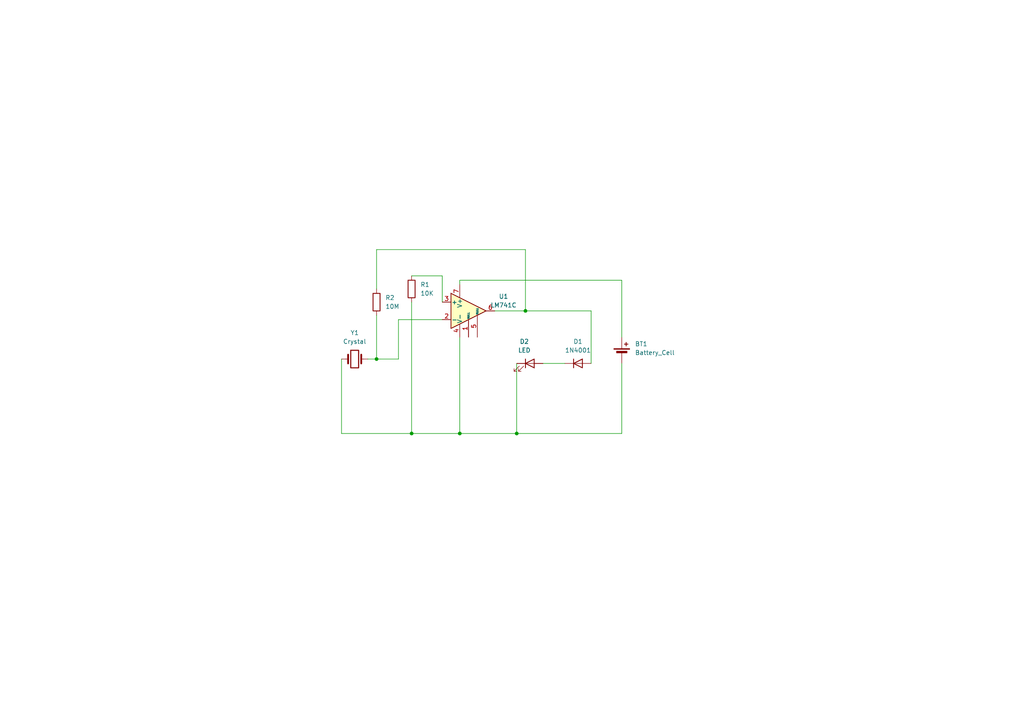
<source format=kicad_sch>
(kicad_sch (version 20230121) (generator eeschema)
  (paper "A4")
  (lib_symbols
    (symbol "1_my_custom_lib:Battery_Cell" (pin_numbers hide) (pin_names (offset 0) hide)
      (property "Reference" "BT" (at 2.54 2.54 0))
      (property "Value" "Battery_Cell" (at 2.54 0 0))
      (symbol "Battery_Cell_0_1"
        (rectangle (start -2.286 1.778) (end 2.286 1.524) (fill (type outline)))
        (rectangle (start -1.524 1.016) (end 1.524 0.508) (fill (type outline)))
        (polyline (pts (xy 0 0.762) (xy 0 0)))
        (polyline (pts (xy 0 1.778) (xy 0 2.54)))
        (polyline (pts (xy 0.762 3.048) (xy 1.778 3.048)) (stroke (width 0.254)))
        (polyline (pts (xy 1.27 3.556) (xy 1.27 2.54)) (stroke (width 0.254)))
      )
      (symbol "Battery_Cell_1_1"
        (pin passive line (at 0 5.08 270) (length 2.54) (name "+") (number "1"))
        (pin passive line (at 0 -2.54 90) (length 2.54) (name "-") (number "2"))
      )
    )
    (symbol "Amplifier_Operational:LM741" (pin_names (offset 0.127))
      (property "Reference" "U" (at 0 6.35 0))
      (property "Value" "LM741" (at 0 3.81 0))
      (symbol "LM741_0_1"
        (polyline (pts (xy -5.08 5.08) (xy 5.08 0) (xy -5.08 -5.08) (xy -5.08 5.08)) (stroke (width 0.254)) (fill (type background)))
      )
      (symbol "LM741_1_1"
        (pin input line (at 0 -7.62 90) (length 5.08) (name "NULL") (number "1"))
        (pin input line (at -7.62 -2.54 0) (length 2.54) (name "-") (number "2"))
        (pin input line (at -7.62 2.54 0) (length 2.54) (name "+") (number "3"))
        (pin power_in line (at -2.54 -7.62 90) (length 3.81) (name "V-") (number "4"))
        (pin input line (at 2.54 -7.62 90) (length 6.35) (name "NULL") (number "5"))
        (pin output line (at 7.62 0 180) (length 2.54) (name "~") (number "6"))
        (pin power_in line (at -2.54 7.62 270) (length 3.81) (name "V+") (number "7"))
        (pin no_connect line (at 0 2.54 270) (length 2.54) hide (name "NC") (number "8"))
      )
    )
    (symbol "Device:Crystal" (pin_numbers hide) (pin_names (offset 1.016) hide)
      (property "Reference" "Y" (at 0 3.81 0))
      (property "Value" "Crystal" (at 0 -3.81 0))
      (symbol "Crystal_0_1"
        (rectangle (start -1.143 2.54) (end 1.143 -2.54) (stroke (width 0.3048)))
        (polyline (pts (xy -2.54 0) (xy -1.905 0)))
        (polyline (pts (xy -1.905 -1.27) (xy -1.905 1.27)) (stroke (width 0.508)))
        (polyline (pts (xy 1.905 -1.27) (xy 1.905 1.27)) (stroke (width 0.508)))
        (polyline (pts (xy 2.54 0) (xy 1.905 0)))
      )
      (symbol "Crystal_1_1"
        (pin passive line (at -3.81 0 0) (length 1.27) (name "1") (number "1"))
        (pin passive line (at 3.81 0 180) (length 1.27) (name "2") (number "2"))
      )
    )
    (symbol "Device:LED" (pin_numbers hide) (pin_names (offset 1.016) hide)
      (property "Reference" "D" (at 0 2.54 0))
      (property "Value" "LED" (at 0 -2.54 0))
      (symbol "LED_0_1"
        (polyline (pts (xy -1.27 -1.27) (xy -1.27 1.27)) (stroke (width 0.254)))
        (polyline (pts (xy -1.27 0) (xy 1.27 0)))
        (polyline (pts (xy 1.27 -1.27) (xy 1.27 1.27) (xy -1.27 0) (xy 1.27 -1.27)) (stroke (width 0.254)))
        (polyline (pts (xy -3.048 -0.762) (xy -4.572 -2.286) (xy -3.81 -2.286) (xy -4.572 -2.286) (xy -4.572 -1.524)))
        (polyline (pts (xy -1.778 -0.762) (xy -3.302 -2.286) (xy -2.54 -2.286) (xy -3.302 -2.286) (xy -3.302 -1.524)))
      )
      (symbol "LED_1_1"
        (pin passive line (at -3.81 0 0) (length 2.54) (name "K") (number "1"))
        (pin passive line (at 3.81 0 180) (length 2.54) (name "A") (number "2"))
      )
    )
    (symbol "Device:R" (pin_numbers hide) (pin_names (offset 0))
      (property "Reference" "R" (at 2.032 0 90))
      (property "Value" "R" (at 0 0 90))
      (symbol "R_0_1"
        (rectangle (start -1.016 -2.54) (end 1.016 2.54) (stroke (width 0.254)))
      )
      (symbol "R_1_1"
        (pin passive line (at 0 3.81 270) (length 1.27) (name "~") (number "1"))
        (pin passive line (at 0 -3.81 90) (length 1.27) (name "~") (number "2"))
      )
    )
    (symbol "Diode:1N4001" (pin_numbers hide) (pin_names hide)
      (property "Reference" "D" (at 0 2.54 0))
      (property "Value" "1N4001" (at 0 -2.54 0))
      (symbol "1N4001_0_1"
        (polyline (pts (xy -1.27 1.27) (xy -1.27 -1.27)) (stroke (width 0.254)))
        (polyline (pts (xy 1.27 0) (xy -1.27 0)))
        (polyline (pts (xy 1.27 1.27) (xy 1.27 -1.27) (xy -1.27 0) (xy 1.27 1.27)) (stroke (width 0.254)))
      )
      (symbol "1N4001_1_1"
        (pin passive line (at -3.81 0 0) (length 2.54) (name "K") (number "1"))
        (pin passive line (at 3.81 0 180) (length 2.54) (name "A") (number "2"))
      )
    )
  )
  (junction (at 109.22 104.14))
  (junction (at 152.4 90.17))
  (junction (at 133.35 125.73))
  (junction (at 149.86 125.73))
  (junction (at 119.38 125.73))
  (wire (pts (xy 133.35 125.73) (xy 149.86 125.73)))
  (wire (pts (xy 115.57 104.14) (xy 115.57 92.71)))
  (wire (pts (xy 109.22 104.14) (xy 115.57 104.14)))
  (wire (pts (xy 180.34 81.28) (xy 180.34 97.79)))
  (wire (pts (xy 143.51 90.17) (xy 152.4 90.17)))
  (wire (pts (xy 180.34 125.73) (xy 180.34 105.41)))
  (wire (pts (xy 99.06 125.73) (xy 119.38 125.73)))
  (wire (pts (xy 119.38 125.73) (xy 133.35 125.73)))
  (wire (pts (xy 128.27 80.01) (xy 119.38 80.01)))
  (wire (pts (xy 157.48 105.41) (xy 163.83 105.41)))
  (wire (pts (xy 119.38 87.63) (xy 119.38 125.73)))
  (wire (pts (xy 149.86 105.41) (xy 149.86 125.73)))
  (wire (pts (xy 109.22 91.44) (xy 109.22 104.14)))
  (wire (pts (xy 133.35 81.28) (xy 180.34 81.28)))
  (wire (pts (xy 115.57 92.71) (xy 128.27 92.71)))
  (wire (pts (xy 109.22 83.82) (xy 109.22 72.39)))
  (wire (pts (xy 152.4 72.39) (xy 152.4 90.17)))
  (wire (pts (xy 152.4 90.17) (xy 171.45 90.17)))
  (wire (pts (xy 109.22 72.39) (xy 152.4 72.39)))
  (wire (pts (xy 99.06 104.14) (xy 99.06 125.73)))
  (wire (pts (xy 133.35 81.28) (xy 133.35 82.55)))
  (wire (pts (xy 106.68 104.14) (xy 109.22 104.14)))
  (wire (pts (xy 149.86 125.73) (xy 180.34 125.73)))
  (wire (pts (xy 171.45 90.17) (xy 171.45 105.41)))
  (wire (pts (xy 133.35 97.79) (xy 133.35 125.73)))
  (wire (pts (xy 128.27 87.63) (xy 128.27 80.01)))
  (symbol (lib_id "Device:R") (at 119.38 83.82 0) (unit 1)
    (property "Reference" "R1" (at 121.92 82.55 0) (effects (justify left)))
    (property "Value" "10K" (at 121.92 85.09 0) (effects (justify left)))
    (property "Footprint" "Resistor_THT:R_Axial_DIN0207_L6.3mm_D2.5mm_P10.16mm_Horizontal" (effects hide))
  )
  (symbol (lib_id "Device:LED") (at 153.67 105.41 0) (unit 1)
    (property "Reference" "D2" (at 152.0825 99.06 0))
    (property "Value" "LED" (at 152.0825 101.6 0))
    (property "Footprint" "LED_THT:LED_D3.0mm" (effects hide))
  )
  (symbol (lib_id "Device:Crystal") (at 102.87 104.14 0) (unit 1)
    (property "Reference" "Y1" (at 102.87 96.52 0))
    (property "Value" "Crystal" (at 102.87 99.06 0))
    (property "Footprint" "Connector_PinHeader_2.54mm:PinHeader_1x02_P2.54mm_Vertical" (effects hide))
  )
  (symbol (lib_id "Amplifier_Operational:LM741") (at 135.89 90.17 0) (unit 1)
    (property "Reference" "U1" (at 146.05 85.9791 0))
    (property "Value" "LM741C" (at 146.05 88.5191 0))
    (property "Footprint" "Package_DIP:DIP-8_W7.62mm" (effects hide))
    (property "Datasheet" "http://www.ti.com/lit/ds/symlink/lm741.pdf" (effects hide))
  )
  (symbol (lib_id "Diode:1N4001") (at 167.64 105.41 0) (unit 1)
    (property "Reference" "D1" (at 167.64 99.06 0))
    (property "Value" "1N4001" (at 167.64 101.6 0))
    (property "Footprint" "Diode_THT:D_DO-41_SOD81_P10.16mm_Horizontal" (effects hide))
    (property "Datasheet" "http://www.vishay.com/docs/88503/1n4001.pdf" (effects hide))
    (property "Sim.Device" "D" (effects hide))
    (property "Sim.Pins" "1=K 2=A" (effects hide))
  )
  (symbol (lib_id "1_my_custom_lib:Battery_Cell") (at 180.34 102.87 0) (unit 1)
    (property "Reference" "BT1" (at 184.15 99.7585 0) (effects (justify left)))
    (property "Value" "Battery_Cell" (at 184.15 102.2985 0) (effects (justify left)))
    (property "Footprint" "1_my_custom_lib:BAT_BH800S" (effects hide))
  )
  (symbol (lib_id "Device:R") (at 109.22 87.63 0) (unit 1)
    (property "Reference" "R2" (at 111.76 86.36 0) (effects (justify left)))
    (property "Value" "10M" (at 111.76 88.9 0) (effects (justify left)))
    (property "Footprint" "Resistor_THT:R_Axial_DIN0207_L6.3mm_D2.5mm_P10.16mm_Horizontal" (effects hide))
  )
)
</source>
